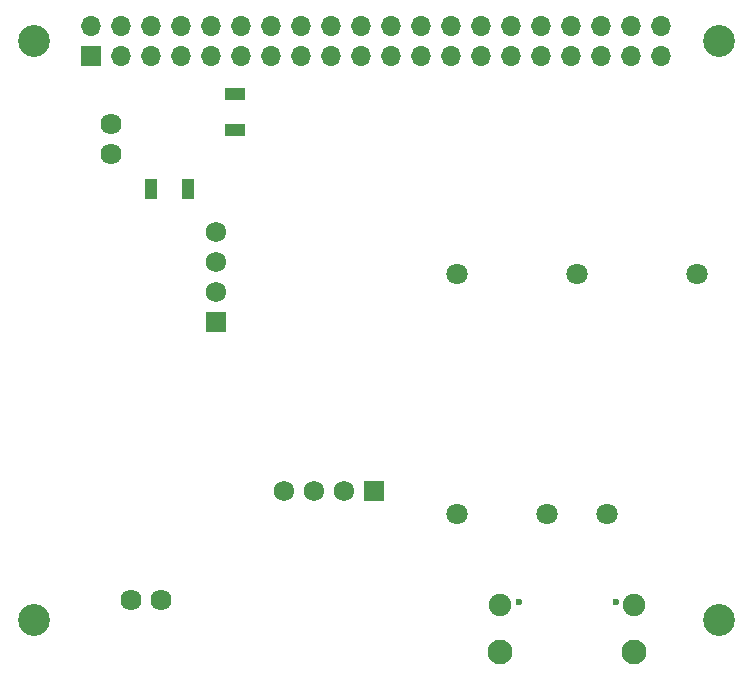
<source format=gbs>
G04 #@! TF.GenerationSoftware,KiCad,Pcbnew,8.0.2*
G04 #@! TF.CreationDate,2024-06-17T10:47:37+02:00*
G04 #@! TF.ProjectId,AMS Dongle,414d5320-446f-46e6-976c-652e6b696361,rev?*
G04 #@! TF.SameCoordinates,Original*
G04 #@! TF.FileFunction,Soldermask,Bot*
G04 #@! TF.FilePolarity,Negative*
%FSLAX46Y46*%
G04 Gerber Fmt 4.6, Leading zero omitted, Abs format (unit mm)*
G04 Created by KiCad (PCBNEW 8.0.2) date 2024-06-17 10:47:37*
%MOMM*%
%LPD*%
G01*
G04 APERTURE LIST*
%ADD10C,2.700000*%
%ADD11C,0.600000*%
%ADD12C,1.900000*%
%ADD13C,2.100000*%
%ADD14C,1.785000*%
%ADD15R,1.725000X1.725000*%
%ADD16C,1.725000*%
%ADD17C,1.800000*%
%ADD18R,1.700000X1.700000*%
%ADD19O,1.700000X1.700000*%
%ADD20R,1.050000X1.800000*%
%ADD21R,1.800000X1.050000*%
G04 APERTURE END LIST*
D10*
X161500000Y-47500000D03*
D11*
X144550000Y-94950000D03*
X152750000Y-94950000D03*
D12*
X143000000Y-95250000D03*
X154300000Y-95250000D03*
D13*
X143000000Y-99250000D03*
X154300000Y-99250000D03*
D14*
X111730000Y-94856500D03*
X114270000Y-94856500D03*
D15*
X118924000Y-71310000D03*
D16*
X118924000Y-68770000D03*
X118924000Y-66230000D03*
X118924000Y-63690000D03*
D10*
X103500000Y-96500000D03*
X103500000Y-47500000D03*
D15*
X132310000Y-85576000D03*
D16*
X129770000Y-85576000D03*
X127230000Y-85576000D03*
X124690000Y-85576000D03*
D17*
X152000000Y-87560000D03*
X146920000Y-87560000D03*
X159620000Y-67240000D03*
X149460000Y-67240000D03*
X139300000Y-67240000D03*
X139300000Y-87560000D03*
D14*
X110000000Y-54500000D03*
X110000000Y-57040000D03*
D10*
X161500000Y-96500000D03*
D18*
X108370000Y-48770000D03*
D19*
X108370000Y-46230000D03*
X110910000Y-48770000D03*
X110910000Y-46230000D03*
X113450000Y-48770000D03*
X113450000Y-46230000D03*
X115990000Y-48770000D03*
X115990000Y-46230000D03*
X118530000Y-48770000D03*
X118530000Y-46230000D03*
X121070000Y-48770000D03*
X121070000Y-46230000D03*
X123610000Y-48770000D03*
X123610000Y-46230000D03*
X126150000Y-48770000D03*
X126150000Y-46230000D03*
X128690000Y-48770000D03*
X128690000Y-46230000D03*
X131230000Y-48770000D03*
X131230000Y-46230000D03*
X133770000Y-48770000D03*
X133770000Y-46230000D03*
X136310000Y-48770000D03*
X136310000Y-46230000D03*
X138850000Y-48770000D03*
X138850000Y-46230000D03*
X141390000Y-48770000D03*
X141390000Y-46230000D03*
X143930000Y-48770000D03*
X143930000Y-46230000D03*
X146470000Y-48770000D03*
X146470000Y-46230000D03*
X149010000Y-48770000D03*
X149010000Y-46230000D03*
X151550000Y-48770000D03*
X151550000Y-46230000D03*
X154090000Y-48770000D03*
X154090000Y-46230000D03*
X156630000Y-48770000D03*
X156630000Y-46230000D03*
D20*
X116550000Y-60000000D03*
X113450000Y-60000000D03*
D21*
X120500000Y-55050000D03*
X120500000Y-51950000D03*
M02*

</source>
